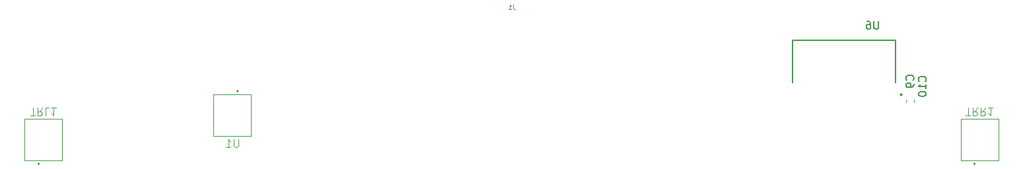
<source format=gbr>
G04 #@! TF.GenerationSoftware,KiCad,Pcbnew,7.0.6*
G04 #@! TF.CreationDate,2023-12-22T13:04:07-08:00*
G04 #@! TF.ProjectId,sgpp_main_pcb,73677070-5f6d-4616-996e-5f7063622e6b,1*
G04 #@! TF.SameCoordinates,Original*
G04 #@! TF.FileFunction,Legend,Bot*
G04 #@! TF.FilePolarity,Positive*
%FSLAX46Y46*%
G04 Gerber Fmt 4.6, Leading zero omitted, Abs format (unit mm)*
G04 Created by KiCad (PCBNEW 7.0.6) date 2023-12-22 13:04:07*
%MOMM*%
%LPD*%
G01*
G04 APERTURE LIST*
%ADD10C,0.150000*%
%ADD11C,0.100000*%
%ADD12C,0.127000*%
%ADD13C,0.200000*%
%ADD14C,0.120000*%
G04 APERTURE END LIST*
D10*
X197033231Y-87912933D02*
X197033231Y-88722456D01*
X197033231Y-88722456D02*
X196985612Y-88817694D01*
X196985612Y-88817694D02*
X196937993Y-88865314D01*
X196937993Y-88865314D02*
X196842755Y-88912933D01*
X196842755Y-88912933D02*
X196652279Y-88912933D01*
X196652279Y-88912933D02*
X196557041Y-88865314D01*
X196557041Y-88865314D02*
X196509422Y-88817694D01*
X196509422Y-88817694D02*
X196461803Y-88722456D01*
X196461803Y-88722456D02*
X196461803Y-87912933D01*
X195557041Y-87912933D02*
X195747517Y-87912933D01*
X195747517Y-87912933D02*
X195842755Y-87960552D01*
X195842755Y-87960552D02*
X195890374Y-88008171D01*
X195890374Y-88008171D02*
X195985612Y-88151028D01*
X195985612Y-88151028D02*
X196033231Y-88341504D01*
X196033231Y-88341504D02*
X196033231Y-88722456D01*
X196033231Y-88722456D02*
X195985612Y-88817694D01*
X195985612Y-88817694D02*
X195937993Y-88865314D01*
X195937993Y-88865314D02*
X195842755Y-88912933D01*
X195842755Y-88912933D02*
X195652279Y-88912933D01*
X195652279Y-88912933D02*
X195557041Y-88865314D01*
X195557041Y-88865314D02*
X195509422Y-88817694D01*
X195509422Y-88817694D02*
X195461803Y-88722456D01*
X195461803Y-88722456D02*
X195461803Y-88484361D01*
X195461803Y-88484361D02*
X195509422Y-88389123D01*
X195509422Y-88389123D02*
X195557041Y-88341504D01*
X195557041Y-88341504D02*
X195652279Y-88293885D01*
X195652279Y-88293885D02*
X195842755Y-88293885D01*
X195842755Y-88293885D02*
X195937993Y-88341504D01*
X195937993Y-88341504D02*
X195985612Y-88389123D01*
X195985612Y-88389123D02*
X196033231Y-88484361D01*
D11*
X150200000Y-85778371D02*
X150200000Y-86206942D01*
X150200000Y-86206942D02*
X150228571Y-86292657D01*
X150228571Y-86292657D02*
X150285714Y-86349800D01*
X150285714Y-86349800D02*
X150371428Y-86378371D01*
X150371428Y-86378371D02*
X150428571Y-86378371D01*
X149600000Y-86378371D02*
X149942857Y-86378371D01*
X149771428Y-86378371D02*
X149771428Y-85778371D01*
X149771428Y-85778371D02*
X149828571Y-85864085D01*
X149828571Y-85864085D02*
X149885714Y-85921228D01*
X149885714Y-85921228D02*
X149942857Y-85949800D01*
X88333333Y-99986580D02*
X88904761Y-99986580D01*
X88619047Y-98986580D02*
X88619047Y-99986580D01*
X89809523Y-98986580D02*
X89476190Y-99462771D01*
X89238095Y-98986580D02*
X89238095Y-99986580D01*
X89238095Y-99986580D02*
X89619047Y-99986580D01*
X89619047Y-99986580D02*
X89714285Y-99938961D01*
X89714285Y-99938961D02*
X89761904Y-99891342D01*
X89761904Y-99891342D02*
X89809523Y-99796104D01*
X89809523Y-99796104D02*
X89809523Y-99653247D01*
X89809523Y-99653247D02*
X89761904Y-99558009D01*
X89761904Y-99558009D02*
X89714285Y-99510390D01*
X89714285Y-99510390D02*
X89619047Y-99462771D01*
X89619047Y-99462771D02*
X89238095Y-99462771D01*
X90714285Y-98986580D02*
X90238095Y-98986580D01*
X90238095Y-98986580D02*
X90238095Y-99986580D01*
X91571428Y-98986580D02*
X91000000Y-98986580D01*
X91285714Y-98986580D02*
X91285714Y-99986580D01*
X91285714Y-99986580D02*
X91190476Y-99843723D01*
X91190476Y-99843723D02*
X91095238Y-99748485D01*
X91095238Y-99748485D02*
X91000000Y-99700866D01*
X114958795Y-103074331D02*
X114958795Y-103883854D01*
X114958795Y-103883854D02*
X114911176Y-103979092D01*
X114911176Y-103979092D02*
X114863557Y-104026712D01*
X114863557Y-104026712D02*
X114768319Y-104074331D01*
X114768319Y-104074331D02*
X114577843Y-104074331D01*
X114577843Y-104074331D02*
X114482605Y-104026712D01*
X114482605Y-104026712D02*
X114434986Y-103979092D01*
X114434986Y-103979092D02*
X114387367Y-103883854D01*
X114387367Y-103883854D02*
X114387367Y-103074331D01*
X113387367Y-104074331D02*
X113958795Y-104074331D01*
X113673081Y-104074331D02*
X113673081Y-103074331D01*
X113673081Y-103074331D02*
X113768319Y-103217188D01*
X113768319Y-103217188D02*
X113863557Y-103312426D01*
X113863557Y-103312426D02*
X113958795Y-103360045D01*
X208238095Y-99986580D02*
X208809523Y-99986580D01*
X208523809Y-98986580D02*
X208523809Y-99986580D01*
X209714285Y-98986580D02*
X209380952Y-99462771D01*
X209142857Y-98986580D02*
X209142857Y-99986580D01*
X209142857Y-99986580D02*
X209523809Y-99986580D01*
X209523809Y-99986580D02*
X209619047Y-99938961D01*
X209619047Y-99938961D02*
X209666666Y-99891342D01*
X209666666Y-99891342D02*
X209714285Y-99796104D01*
X209714285Y-99796104D02*
X209714285Y-99653247D01*
X209714285Y-99653247D02*
X209666666Y-99558009D01*
X209666666Y-99558009D02*
X209619047Y-99510390D01*
X209619047Y-99510390D02*
X209523809Y-99462771D01*
X209523809Y-99462771D02*
X209142857Y-99462771D01*
X210714285Y-98986580D02*
X210380952Y-99462771D01*
X210142857Y-98986580D02*
X210142857Y-99986580D01*
X210142857Y-99986580D02*
X210523809Y-99986580D01*
X210523809Y-99986580D02*
X210619047Y-99938961D01*
X210619047Y-99938961D02*
X210666666Y-99891342D01*
X210666666Y-99891342D02*
X210714285Y-99796104D01*
X210714285Y-99796104D02*
X210714285Y-99653247D01*
X210714285Y-99653247D02*
X210666666Y-99558009D01*
X210666666Y-99558009D02*
X210619047Y-99510390D01*
X210619047Y-99510390D02*
X210523809Y-99462771D01*
X210523809Y-99462771D02*
X210142857Y-99462771D01*
X211666666Y-98986580D02*
X211095238Y-98986580D01*
X211380952Y-98986580D02*
X211380952Y-99986580D01*
X211380952Y-99986580D02*
X211285714Y-99843723D01*
X211285714Y-99843723D02*
X211190476Y-99748485D01*
X211190476Y-99748485D02*
X211095238Y-99700866D01*
D10*
X201462911Y-95444783D02*
X201510531Y-95397164D01*
X201510531Y-95397164D02*
X201558150Y-95254307D01*
X201558150Y-95254307D02*
X201558150Y-95159069D01*
X201558150Y-95159069D02*
X201510531Y-95016212D01*
X201510531Y-95016212D02*
X201415292Y-94920974D01*
X201415292Y-94920974D02*
X201320054Y-94873355D01*
X201320054Y-94873355D02*
X201129578Y-94825736D01*
X201129578Y-94825736D02*
X200986721Y-94825736D01*
X200986721Y-94825736D02*
X200796245Y-94873355D01*
X200796245Y-94873355D02*
X200701007Y-94920974D01*
X200701007Y-94920974D02*
X200605769Y-95016212D01*
X200605769Y-95016212D02*
X200558150Y-95159069D01*
X200558150Y-95159069D02*
X200558150Y-95254307D01*
X200558150Y-95254307D02*
X200605769Y-95397164D01*
X200605769Y-95397164D02*
X200653388Y-95444783D01*
X201558150Y-95920974D02*
X201558150Y-96111450D01*
X201558150Y-96111450D02*
X201510531Y-96206688D01*
X201510531Y-96206688D02*
X201462911Y-96254307D01*
X201462911Y-96254307D02*
X201320054Y-96349545D01*
X201320054Y-96349545D02*
X201129578Y-96397164D01*
X201129578Y-96397164D02*
X200748626Y-96397164D01*
X200748626Y-96397164D02*
X200653388Y-96349545D01*
X200653388Y-96349545D02*
X200605769Y-96301926D01*
X200605769Y-96301926D02*
X200558150Y-96206688D01*
X200558150Y-96206688D02*
X200558150Y-96016212D01*
X200558150Y-96016212D02*
X200605769Y-95920974D01*
X200605769Y-95920974D02*
X200653388Y-95873355D01*
X200653388Y-95873355D02*
X200748626Y-95825736D01*
X200748626Y-95825736D02*
X200986721Y-95825736D01*
X200986721Y-95825736D02*
X201081959Y-95873355D01*
X201081959Y-95873355D02*
X201129578Y-95920974D01*
X201129578Y-95920974D02*
X201177197Y-96016212D01*
X201177197Y-96016212D02*
X201177197Y-96206688D01*
X201177197Y-96206688D02*
X201129578Y-96301926D01*
X201129578Y-96301926D02*
X201081959Y-96349545D01*
X201081959Y-96349545D02*
X200986721Y-96397164D01*
X203051580Y-95623142D02*
X203099200Y-95575523D01*
X203099200Y-95575523D02*
X203146819Y-95432666D01*
X203146819Y-95432666D02*
X203146819Y-95337428D01*
X203146819Y-95337428D02*
X203099200Y-95194571D01*
X203099200Y-95194571D02*
X203003961Y-95099333D01*
X203003961Y-95099333D02*
X202908723Y-95051714D01*
X202908723Y-95051714D02*
X202718247Y-95004095D01*
X202718247Y-95004095D02*
X202575390Y-95004095D01*
X202575390Y-95004095D02*
X202384914Y-95051714D01*
X202384914Y-95051714D02*
X202289676Y-95099333D01*
X202289676Y-95099333D02*
X202194438Y-95194571D01*
X202194438Y-95194571D02*
X202146819Y-95337428D01*
X202146819Y-95337428D02*
X202146819Y-95432666D01*
X202146819Y-95432666D02*
X202194438Y-95575523D01*
X202194438Y-95575523D02*
X202242057Y-95623142D01*
X203146819Y-96575523D02*
X203146819Y-96004095D01*
X203146819Y-96289809D02*
X202146819Y-96289809D01*
X202146819Y-96289809D02*
X202289676Y-96194571D01*
X202289676Y-96194571D02*
X202384914Y-96099333D01*
X202384914Y-96099333D02*
X202432533Y-96004095D01*
X202146819Y-97194571D02*
X202146819Y-97289809D01*
X202146819Y-97289809D02*
X202194438Y-97385047D01*
X202194438Y-97385047D02*
X202242057Y-97432666D01*
X202242057Y-97432666D02*
X202337295Y-97480285D01*
X202337295Y-97480285D02*
X202527771Y-97527904D01*
X202527771Y-97527904D02*
X202765866Y-97527904D01*
X202765866Y-97527904D02*
X202956342Y-97480285D01*
X202956342Y-97480285D02*
X203051580Y-97432666D01*
X203051580Y-97432666D02*
X203099200Y-97385047D01*
X203099200Y-97385047D02*
X203146819Y-97289809D01*
X203146819Y-97289809D02*
X203146819Y-97194571D01*
X203146819Y-97194571D02*
X203099200Y-97099333D01*
X203099200Y-97099333D02*
X203051580Y-97051714D01*
X203051580Y-97051714D02*
X202956342Y-97004095D01*
X202956342Y-97004095D02*
X202765866Y-96956476D01*
X202765866Y-96956476D02*
X202527771Y-96956476D01*
X202527771Y-96956476D02*
X202337295Y-97004095D01*
X202337295Y-97004095D02*
X202242057Y-97051714D01*
X202242057Y-97051714D02*
X202194438Y-97099333D01*
X202194438Y-97099333D02*
X202146819Y-97194571D01*
D12*
X199196327Y-95743114D02*
X199196327Y-90343114D01*
X199196327Y-90343114D02*
X185996327Y-90343114D01*
X185996327Y-90343114D02*
X185996327Y-95743114D01*
D13*
X200046327Y-97343114D02*
G75*
G03*
X200046327Y-97343114I-100000J0D01*
G01*
D11*
X87587000Y-105794000D02*
X92413000Y-105794000D01*
X92413000Y-105794000D02*
X92413000Y-100460000D01*
X92413000Y-100460000D02*
X87587000Y-100460000D01*
X87587000Y-100460000D02*
X87587000Y-105794000D01*
X89492000Y-106175000D02*
G75*
G03*
X89492000Y-106175000I-127000J0D01*
G01*
X116609891Y-97266912D02*
X111783891Y-97266912D01*
X111783891Y-97266912D02*
X111783891Y-102600912D01*
X111783891Y-102600912D02*
X116609891Y-102600912D01*
X116609891Y-102600912D02*
X116609891Y-97266912D01*
X114958891Y-96885912D02*
G75*
G03*
X114958891Y-96885912I-127000J0D01*
G01*
X207587000Y-105794000D02*
X212413000Y-105794000D01*
X212413000Y-105794000D02*
X212413000Y-100460000D01*
X212413000Y-100460000D02*
X207587000Y-100460000D01*
X207587000Y-100460000D02*
X207587000Y-105794000D01*
X209492000Y-106175000D02*
G75*
G03*
X209492000Y-106175000I-127000J0D01*
G01*
D14*
X200593331Y-98292030D02*
X200593331Y-98010870D01*
X201613331Y-98292030D02*
X201613331Y-98010870D01*
M02*

</source>
